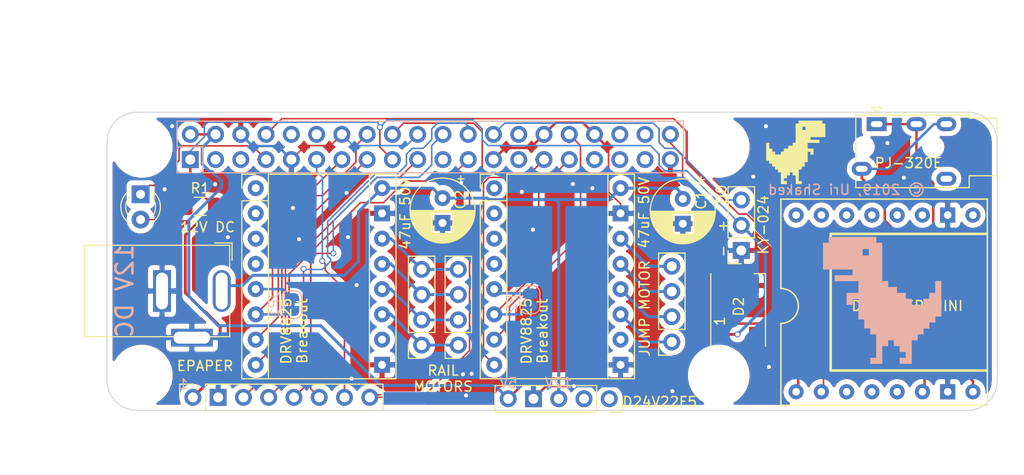
<source format=kicad_pcb>
(kicad_pcb (version 20171130) (host pcbnew "(5.1.4)-1")
  (layers (0 F.Cu signal) (31 B.Cu signal) (34 B.Paste user) (35 F.Paste user) (36 B.SilkS user) (37 F.SilkS user) (38 B.Mask user) (39 F.Mask user) (44 Edge.Cuts user))
  (net 0 "")
  (net 1 "Net-(J2-Pad3)")
  (net 2 "Net-(J2-Pad5)")
  (net 3 "Net-(J2-Pad10)")
  (net 4 "Net-(J2-Pad12)")
  (net 5 "Net-(J2-Pad21)")
  (net 6 "Net-(J2-Pad27)")
  (net 7 "Net-(J2-Pad28)")
  (net 8 "Net-(J2-Pad33)")
  (net 9 "Net-(J2-Pad35)")
  (net 10 "Net-(J2-Pad36)")
  (net 11 "Net-(J2-Pad37)")
  (net 12 "Net-(J2-Pad38)")
  (net 13 /EPD_BUSY)
  (net 14 /EPD_RST)
  (net 15 /EPD_DC)
  (net 16 /EPD_CS)
  (net 17 /EPD_CLK)
  (net 18 /EPD_DIN)
  (net 19 GND)
  (net 20 +3V3)
  (net 21 "Net-(D1-Pad1)")
  (net 22 "Net-(D1-Pad2)")
  (net 23 /MAG_SENSE)
  (net 24 "Net-(J4-Pad9)")
  (net 25 "Net-(J4-Pad11)")
  (net 26 "Net-(J4-Pad12)")
  (net 27 "Net-(J4-Pad13)")
  (net 28 "Net-(J4-Pad14)")
  (net 29 "Net-(J4-Pad15)")
  (net 30 "Net-(J4-Pad16)")
  (net 31 "Net-(J4-Pad8)")
  (net 32 "Net-(J4-Pad6)")
  (net 33 "Net-(J4-Pad5)")
  (net 34 "Net-(J4-Pad4)")
  (net 35 "Net-(J4-Pad3)")
  (net 36 "Net-(A1-Pad14)")
  (net 37 "Net-(A1-Pad13)")
  (net 38 "Net-(A1-Pad5)")
  (net 39 "Net-(A1-Pad12)")
  (net 40 "Net-(A1-Pad4)")
  (net 41 "Net-(A1-Pad11)")
  (net 42 "Net-(A1-Pad3)")
  (net 43 /STP1_STEP)
  (net 44 /STP1_DIR)
  (net 45 +12V)
  (net 46 "Net-(A2-Pad14)")
  (net 47 "Net-(A2-Pad13)")
  (net 48 "Net-(A2-Pad5)")
  (net 49 "Net-(A2-Pad12)")
  (net 50 "Net-(A2-Pad4)")
  (net 51 "Net-(A2-Pad11)")
  (net 52 "Net-(A2-Pad3)")
  (net 53 /STP2_STEP)
  (net 54 /STP2_DIR)
  (net 55 /SND_RX)
  (net 56 +5V)
  (net 57 "Net-(J9-Pad1)")
  (net 58 "Net-(J9-Pad2)")
  (net 59 "Net-(D2-Pad2)")
  (net 60 "Net-(D2-Pad4)")
  (net 61 "Net-(A1-Pad10)")
  (net 62 "Net-(A1-Pad2)")
  (net 63 "Net-(A2-Pad10)")
  (net 64 "Net-(A2-Pad2)")
  (net 65 /STP1_~SLP)
  (net 66 "Net-(A1-Pad1)")
  (net 67 /STP2_~SLP)
  (net 68 "Net-(A2-Pad1)")
  (module Jumper:SolderJumper-2_P1.3mm_Bridged_RoundedPad1.0x1.5mm (layer B.Cu) (at 55.0164 43.3809 270)
    (fp_text reference JP2 (at 0 1.8 270) (layer B.SilkS) (effects (font (thickness 0.1)) (justify mirror)))
    (fp_text value Jumper)
    (fp_poly (pts (xy 0.25 0.3) (xy -0.25 0.3) (xy -0.25 -0.3) (xy 0.25 -0.3)) (layer B.Cu) (width 0))
    (pad 1 smd custom (at -0.65 0 270) (size 1 0.5) (layers B.Cu B.Mask) (net 48 "Net-(A2-Pad5)") (options (clearance outline) (anchor rect)) (primitives (gr_circle (center 0 -0.25) (end 0.5 -0.25) (width 0)) (gr_circle (center 0 0.25) (end 0.5 0.25) (width 0)) (gr_poly (pts (xy 0 0.75) (xy 0.5 0.75) (xy 0.5 -0.75) (xy 0 -0.75)) (width 0))))
    (pad 2 smd custom (at 0.65 0 270) (size 1 0.5) (layers B.Cu B.Mask) (net 67 /STP2_~SLP) (options (clearance outline) (anchor rect)) (primitives (gr_circle (center 0 -0.25) (end 0.5 -0.25) (width 0)) (gr_circle (center 0 0.25) (end 0.5 0.25) (width 0)) (gr_poly (pts (xy 0 0.75) (xy -0.5 0.75) (xy -0.5 -0.75) (xy 0 -0.75)) (width 0))))
  )
  (module Jumper:SolderJumper-2_P1.3mm_Bridged_RoundedPad1.0x1.5mm (layer B.Cu) (at 31.0769 43.8658 270)
    (fp_text reference JP1 (at 0 1.8 90) (layer B.SilkS) (effects (font (thickness 0.1)) (justify mirror)))
    (fp_text value Jumper)
    (fp_poly (pts (xy 0.25 0.3) (xy -0.25 0.3) (xy -0.25 -0.3) (xy 0.25 -0.3)) (layer B.Cu) (width 0))
    (pad 1 smd custom (at -0.65 0 270) (size 1 0.5) (layers B.Cu B.Mask) (net 38 "Net-(A1-Pad5)") (options (clearance outline) (anchor rect)) (primitives (gr_circle (center 0 -0.25) (end 0.5 -0.25) (width 0)) (gr_circle (center 0 0.25) (end 0.5 0.25) (width 0)) (gr_poly (pts (xy 0 0.75) (xy 0.5 0.75) (xy 0.5 -0.75) (xy 0 -0.75)) (width 0))))
    (pad 2 smd custom (at 0.65 0 270) (size 1 0.5) (layers B.Cu B.Mask) (net 65 /STP1_~SLP) (options (clearance outline) (anchor rect)) (primitives (gr_circle (center 0 -0.25) (end 0.5 -0.25) (width 0)) (gr_circle (center 0 0.25) (end 0.5 0.25) (width 0)) (gr_poly (pts (xy 0 0.75) (xy -0.5 0.75) (xy -0.5 -0.75) (xy 0 -0.75)) (width 0))))
  )
  (module RPi_Hat:DFPlayer_Mini (layer F.Cu) (at 80.25 44 90)
    (fp_text reference J4)
    (fp_text value DFPLAYER_MINI (at 0 12.7 180) (layer F.SilkS))
    (pad 9 thru_hole circle (at 9.144 19.304 90) (size 1.524 1.524) (drill 0.762) (layers *.Cu *.Mask) (net 24 "Net-(J4-Pad9)"))
    (pad 10 thru_hole rect (at 9.144 16.764 90) (size 1.524 1.524) (drill 0.762) (layers *.Cu *.Mask) (net 19 GND))
    (pad 11 thru_hole circle (at 9.144 14.224 90) (size 1.524 1.524) (drill 0.762) (layers *.Cu *.Mask) (net 25 "Net-(J4-Pad11)"))
    (pad 12 thru_hole circle (at 9.144 11.684 90) (size 1.524 1.524) (drill 0.762) (layers *.Cu *.Mask) (net 26 "Net-(J4-Pad12)"))
    (pad 13 thru_hole circle (at 9.144 9.144 90) (size 1.524 1.524) (drill 0.762) (layers *.Cu *.Mask) (net 27 "Net-(J4-Pad13)"))
    (pad 14 thru_hole circle (at 9.144 6.604 90) (size 1.524 1.524) (drill 0.762) (layers *.Cu *.Mask) (net 28 "Net-(J4-Pad14)"))
    (pad 15 thru_hole circle (at 9.144 4.064 90) (size 1.524 1.524) (drill 0.762) (layers *.Cu *.Mask) (net 29 "Net-(J4-Pad15)"))
    (pad 16 thru_hole circle (at 9.144 1.524 90) (size 1.524 1.524) (drill 0.762) (layers *.Cu *.Mask) (net 30 "Net-(J4-Pad16)"))
    (pad 8 thru_hole circle (at -8.636 19.304 90) (size 1.524 1.524) (drill 0.762) (layers *.Cu *.Mask) (net 31 "Net-(J4-Pad8)"))
    (pad 7 thru_hole rect (at -8.636 16.764 90) (size 1.524 1.524) (drill 0.762) (layers *.Cu *.Mask) (net 19 GND))
    (pad 6 thru_hole circle (at -8.636 14.224 90) (size 1.524 1.524) (drill 0.762) (layers *.Cu *.Mask) (net 32 "Net-(J4-Pad6)"))
    (pad 5 thru_hole circle (at -8.636 11.684 90) (size 1.524 1.524) (drill 0.762) (layers *.Cu *.Mask) (net 33 "Net-(J4-Pad5)"))
    (pad 4 thru_hole circle (at -8.636 9.144 90) (size 1.524 1.524) (drill 0.762) (layers *.Cu *.Mask) (net 34 "Net-(J4-Pad4)"))
    (pad 3 thru_hole circle (at -8.636 6.604 90) (size 1.524 1.524) (drill 0.762) (layers *.Cu *.Mask) (net 35 "Net-(J4-Pad3)"))
    (pad 2 thru_hole circle (at -8.636 4.064 90) (size 1.524 1.524) (drill 0.762) (layers *.Cu *.Mask) (net 55 /SND_RX))
    (pad 1 thru_hole circle (at -8.636 1.524 90) (size 1.524 1.524) (drill 0.762) (layers *.Cu *.Mask) (net 56 +5V))
  )
  (module Connector_Audio:Jack_3.5mm_PJ320E_Horizontal (layer F.Cu) (at 89.8756 25.7 270)
    (fp_text reference J7 hide)
    (fp_text value AudioJack3)
    (pad "" np_thru_hole circle (at 2.3 1.3 180) (size 1.2 1.2) (drill 1.2) (layers *.Cu *.Mask))
    (pad "" np_thru_hole circle (at 2.3 -5.7 180) (size 1.2 1.2) (drill 1.2) (layers *.Cu *.Mask))
    (pad R2 thru_hole oval (at 0 -7 180) (size 2 1.4) (drill oval 1.2 0.6) (layers *.Cu *.Mask) (net 32 "Net-(J4-Pad6)"))
    (pad R1 thru_hole oval (at 0 -4 180) (size 2 1.4) (drill oval 1.2 0.6) (layers *.Cu *.Mask) (net 31 "Net-(J4-Pad8)"))
    (pad T thru_hole rect (at 0 0 180) (size 2 1.4) (drill oval 1.2 0.6) (layers *.Cu *.Mask) (net 31 "Net-(J4-Pad8)"))
    (pad S thru_hole oval (at 4.5 1.5 180) (size 2 1.4) (drill oval 1.2 0.6) (layers *.Cu *.Mask) (net 32 "Net-(J4-Pad6)"))
    (pad "" thru_hole oval (at 5.5 -7 180) (size 2 1.4) (drill oval 1.2 0.6) (layers *.Cu *.Mask))
  )
  (module Module:Pololu_Breakout-16_15.2x20.3mm (layer F.Cu) (at 27.45 32.145)
    (fp_text reference A1 hide)
    (fp_text value Pololu_Breakout_DRV8825)
    (pad 16 thru_hole oval (at 12.7 0) (size 1.6 1.6) (drill 0.8) (layers *.Cu *.Mask) (net 45 +12V))
    (pad 8 thru_hole oval (at 0 17.78) (size 1.6 1.6) (drill 0.8) (layers *.Cu *.Mask) (net 44 /STP1_DIR))
    (pad 15 thru_hole rect (at 12.7 2.54) (size 1.6 1.6) (drill 0.8) (layers *.Cu *.Mask) (net 19 GND))
    (pad 7 thru_hole oval (at 0 15.24) (size 1.6 1.6) (drill 0.8) (layers *.Cu *.Mask) (net 43 /STP1_STEP))
    (pad 14 thru_hole oval (at 12.7 5.08) (size 1.6 1.6) (drill 0.8) (layers *.Cu *.Mask) (net 36 "Net-(A1-Pad14)"))
    (pad 6 thru_hole oval (at 0 12.7) (size 1.6 1.6) (drill 0.8) (layers *.Cu *.Mask) (net 65 /STP1_~SLP))
    (pad 13 thru_hole oval (at 12.7 7.62) (size 1.6 1.6) (drill 0.8) (layers *.Cu *.Mask) (net 37 "Net-(A1-Pad13)"))
    (pad 5 thru_hole oval (at 0 10.16) (size 1.6 1.6) (drill 0.8) (layers *.Cu *.Mask) (net 38 "Net-(A1-Pad5)"))
    (pad 12 thru_hole oval (at 12.7 10.16) (size 1.6 1.6) (drill 0.8) (layers *.Cu *.Mask) (net 39 "Net-(A1-Pad12)"))
    (pad 4 thru_hole oval (at 0 7.62) (size 1.6 1.6) (drill 0.8) (layers *.Cu *.Mask) (net 40 "Net-(A1-Pad4)"))
    (pad 11 thru_hole oval (at 12.7 12.7) (size 1.6 1.6) (drill 0.8) (layers *.Cu *.Mask) (net 41 "Net-(A1-Pad11)"))
    (pad 3 thru_hole oval (at 0 5.08) (size 1.6 1.6) (drill 0.8) (layers *.Cu *.Mask) (net 42 "Net-(A1-Pad3)"))
    (pad 10 thru_hole oval (at 12.7 15.24) (size 1.6 1.6) (drill 0.8) (layers *.Cu *.Mask) (net 61 "Net-(A1-Pad10)"))
    (pad 2 thru_hole oval (at 0 2.54) (size 1.6 1.6) (drill 0.8) (layers *.Cu *.Mask) (net 62 "Net-(A1-Pad2)"))
    (pad 9 thru_hole rect (at 12.7 17.78) (size 1.6 1.6) (drill 0.8) (layers *.Cu *.Mask) (net 19 GND))
    (pad 1 thru_hole circle (at 0 0) (size 1.6 1.6) (drill 0.8) (layers *.Cu *.Mask) (net 66 "Net-(A1-Pad1)"))
  )
  (module Connector_BarrelJack:BarrelJack_CUI_PJ-102AH_Horizontal (layer F.Cu) (at 24.0284 42.4942 270)
    (fp_text reference J8 hide)
    (fp_text value Jack-DC)
    (pad 3 thru_hole rect (at 4.7 3 270) (size 1.8 4.2) (drill oval 1.2 3.7) (layers *.Cu *.Mask) (net 19 GND))
    (pad 2 thru_hole rect (at 0 6) (size 1.8 4.2) (drill oval 1.2 3.7) (layers *.Cu *.Mask) (net 19 GND))
    (pad 1 thru_hole oval (at 0 0) (size 1.8 4.2) (drill oval 1.2 3.7) (layers *.Cu *.Mask) (net 45 +12V))
  )
  (module Connector_PinSocket_2.54mm:PinSocket_2x20_P2.54mm_Vertical (layer B.Cu) (at 20.87 29.27 270)
    (fp_text reference J2 hide)
    (fp_text value RPi_GPIO)
    (pad 40 thru_hole oval (at -2.54 -48.26 270) (size 1.7 1.7) (drill 1) (layers *.Cu *.Mask) (net 60 "Net-(D2-Pad4)"))
    (pad 39 thru_hole oval (at 0 -48.26 270) (size 1.7 1.7) (drill 1) (layers *.Cu *.Mask) (net 19 GND))
    (pad 38 thru_hole oval (at -2.54 -45.72 270) (size 1.7 1.7) (drill 1) (layers *.Cu *.Mask) (net 12 "Net-(J2-Pad38)"))
    (pad 37 thru_hole oval (at 0 -45.72 270) (size 1.7 1.7) (drill 1) (layers *.Cu *.Mask) (net 11 "Net-(J2-Pad37)"))
    (pad 36 thru_hole oval (at -2.54 -43.18 270) (size 1.7 1.7) (drill 1) (layers *.Cu *.Mask) (net 10 "Net-(J2-Pad36)"))
    (pad 35 thru_hole oval (at 0 -43.18 270) (size 1.7 1.7) (drill 1) (layers *.Cu *.Mask) (net 9 "Net-(J2-Pad35)"))
    (pad 34 thru_hole oval (at -2.54 -40.64 270) (size 1.7 1.7) (drill 1) (layers *.Cu *.Mask) (net 19 GND))
    (pad 33 thru_hole oval (at 0 -40.64 270) (size 1.7 1.7) (drill 1) (layers *.Cu *.Mask) (net 8 "Net-(J2-Pad33)"))
    (pad 32 thru_hole oval (at -2.54 -38.1 270) (size 1.7 1.7) (drill 1) (layers *.Cu *.Mask) (net 53 /STP2_STEP))
    (pad 31 thru_hole oval (at 0 -38.1 270) (size 1.7 1.7) (drill 1) (layers *.Cu *.Mask) (net 67 /STP2_~SLP))
    (pad 30 thru_hole oval (at -2.54 -35.56 270) (size 1.7 1.7) (drill 1) (layers *.Cu *.Mask) (net 19 GND))
    (pad 29 thru_hole oval (at 0 -35.56 270) (size 1.7 1.7) (drill 1) (layers *.Cu *.Mask) (net 54 /STP2_DIR))
    (pad 28 thru_hole oval (at -2.54 -33.02 270) (size 1.7 1.7) (drill 1) (layers *.Cu *.Mask) (net 7 "Net-(J2-Pad28)"))
    (pad 27 thru_hole oval (at 0 -33.02 270) (size 1.7 1.7) (drill 1) (layers *.Cu *.Mask) (net 6 "Net-(J2-Pad27)"))
    (pad 26 thru_hole oval (at -2.54 -30.48 270) (size 1.7 1.7) (drill 1) (layers *.Cu *.Mask) (net 23 /MAG_SENSE))
    (pad 25 thru_hole oval (at 0 -30.48 270) (size 1.7 1.7) (drill 1) (layers *.Cu *.Mask) (net 19 GND))
    (pad 24 thru_hole oval (at -2.54 -27.94 270) (size 1.7 1.7) (drill 1) (layers *.Cu *.Mask) (net 16 /EPD_CS))
    (pad 23 thru_hole oval (at 0 -27.94 270) (size 1.7 1.7) (drill 1) (layers *.Cu *.Mask) (net 17 /EPD_CLK))
    (pad 22 thru_hole oval (at -2.54 -25.4 270) (size 1.7 1.7) (drill 1) (layers *.Cu *.Mask) (net 15 /EPD_DC))
    (pad 21 thru_hole oval (at 0 -25.4 270) (size 1.7 1.7) (drill 1) (layers *.Cu *.Mask) (net 5 "Net-(J2-Pad21)"))
    (pad 20 thru_hole oval (at -2.54 -22.86 270) (size 1.7 1.7) (drill 1) (layers *.Cu *.Mask) (net 19 GND))
    (pad 19 thru_hole oval (at 0 -22.86 270) (size 1.7 1.7) (drill 1) (layers *.Cu *.Mask) (net 18 /EPD_DIN))
    (pad 18 thru_hole oval (at -2.54 -20.32 270) (size 1.7 1.7) (drill 1) (layers *.Cu *.Mask) (net 13 /EPD_BUSY))
    (pad 17 thru_hole oval (at 0 -20.32 270) (size 1.7 1.7) (drill 1) (layers *.Cu *.Mask) (net 20 +3V3))
    (pad 16 thru_hole oval (at -2.54 -17.78 270) (size 1.7 1.7) (drill 1) (layers *.Cu *.Mask) (net 43 /STP1_STEP))
    (pad 15 thru_hole oval (at 0 -17.78 270) (size 1.7 1.7) (drill 1) (layers *.Cu *.Mask) (net 44 /STP1_DIR))
    (pad 14 thru_hole oval (at -2.54 -15.24 270) (size 1.7 1.7) (drill 1) (layers *.Cu *.Mask) (net 19 GND))
    (pad 13 thru_hole oval (at 0 -15.24 270) (size 1.7 1.7) (drill 1) (layers *.Cu *.Mask) (net 65 /STP1_~SLP))
    (pad 12 thru_hole oval (at -2.54 -12.7 270) (size 1.7 1.7) (drill 1) (layers *.Cu *.Mask) (net 4 "Net-(J2-Pad12)"))
    (pad 11 thru_hole oval (at 0 -12.7 270) (size 1.7 1.7) (drill 1) (layers *.Cu *.Mask) (net 14 /EPD_RST))
    (pad 10 thru_hole oval (at -2.54 -10.16 270) (size 1.7 1.7) (drill 1) (layers *.Cu *.Mask) (net 3 "Net-(J2-Pad10)"))
    (pad 9 thru_hole oval (at 0 -10.16 270) (size 1.7 1.7) (drill 1) (layers *.Cu *.Mask) (net 19 GND))
    (pad 8 thru_hole oval (at -2.54 -7.62 270) (size 1.7 1.7) (drill 1) (layers *.Cu *.Mask) (net 55 /SND_RX))
    (pad 7 thru_hole oval (at 0 -7.62 270) (size 1.7 1.7) (drill 1) (layers *.Cu *.Mask) (net 21 "Net-(D1-Pad1)"))
    (pad 6 thru_hole oval (at -2.54 -5.08 270) (size 1.7 1.7) (drill 1) (layers *.Cu *.Mask) (net 19 GND))
    (pad 5 thru_hole oval (at 0 -5.08 270) (size 1.7 1.7) (drill 1) (layers *.Cu *.Mask) (net 2 "Net-(J2-Pad5)"))
    (pad 4 thru_hole oval (at -2.54 -2.54 270) (size 1.7 1.7) (drill 1) (layers *.Cu *.Mask) (net 56 +5V))
    (pad 3 thru_hole oval (at 0 -2.54 270) (size 1.7 1.7) (drill 1) (layers *.Cu *.Mask) (net 1 "Net-(J2-Pad3)"))
    (pad 2 thru_hole oval (at -2.54 0 270) (size 1.7 1.7) (drill 1) (layers *.Cu *.Mask) (net 56 +5V))
    (pad 1 thru_hole rect (at 0 0 270) (size 1.7 1.7) (drill 1) (layers *.Cu *.Mask) (net 20 +3V3))
  )
  (module LED_SMD:LED_WS2812B_PLCC4_5.0x5.0mm_P3.2mm (layer F.Cu) (at 75.946 44.4 90)
    (fp_text reference D2 (at 0.331 0.0635 90) (layer F.SilkS))
    (fp_text value WS2812B)
    (fp_text user 1 (at -1.1295 -1.8415 90) (layer F.SilkS))
    (pad 1 smd rect (at -2.45 -1.6 90) (size 1.5 1) (layers F.Cu F.Paste F.Mask) (net 20 +3V3))
    (pad 2 smd rect (at -2.45 1.6 90) (size 1.5 1) (layers F.Cu F.Paste F.Mask) (net 59 "Net-(D2-Pad2)"))
    (pad 4 smd rect (at 2.45 -1.6 90) (size 1.5 1) (layers F.Cu F.Paste F.Mask) (net 60 "Net-(D2-Pad4)"))
    (pad 3 smd rect (at 2.45 1.6 90) (size 1.5 1) (layers F.Cu F.Paste F.Mask) (net 19 GND))
  )
  (module RPi_Hat:trex-big (layer B.Cu) (at 90.424 43.434 180)
    (fp_text reference TREX2 hide)
    (fp_text value "" hide)
  )
  (module RPi_Hat:trex (layer F.Cu) (at 81.7372 28.5496)
    (fp_text reference TREX1 hide)
    (fp_text value "" hide)
  )
  (module Connector_PinSocket_2.54mm:PinSocket_1x04_P2.54mm_Vertical (layer F.Cu) (at 47.8155 47.9425 180)
    (fp_text reference J10)
    (fp_text value RAIL2)
    (pad 4 thru_hole oval (at 0 7.62 180) (size 1.7 1.7) (drill 1) (layers *.Cu *.Mask) (net 36 "Net-(A1-Pad14)"))
    (pad 3 thru_hole oval (at 0 5.08 180) (size 1.7 1.7) (drill 1) (layers *.Cu *.Mask) (net 37 "Net-(A1-Pad13)"))
    (pad 2 thru_hole oval (at 0 2.54 180) (size 1.7 1.7) (drill 1) (layers *.Cu *.Mask) (net 39 "Net-(A1-Pad12)"))
    (pad 1 thru_hole oval (at 0 0 180) (size 1.7 1.7) (drill 1) (layers *.Cu *.Mask) (net 41 "Net-(A1-Pad11)"))
  )
  (module Connector_PinSocket_2.54mm:PinSocket_1x08_P2.54mm_Vertical (layer F.Cu) (at 21.1328 53.2 90)
    (fp_text reference J1)
    (fp_text value Conn_01x08_Female)
    (pad 8 thru_hole oval (at 0 17.78 90) (size 1.7 1.7) (drill 1) (layers *.Cu *.Mask) (net 13 /EPD_BUSY))
    (pad 7 thru_hole oval (at 0 15.24 90) (size 1.7 1.7) (drill 1) (layers *.Cu *.Mask) (net 14 /EPD_RST))
    (pad 6 thru_hole oval (at 0 12.7 90) (size 1.7 1.7) (drill 1) (layers *.Cu *.Mask) (net 15 /EPD_DC))
    (pad 5 thru_hole oval (at 0 10.16 90) (size 1.7 1.7) (drill 1) (layers *.Cu *.Mask) (net 16 /EPD_CS))
    (pad 4 thru_hole oval (at 0 7.62 90) (size 1.7 1.7) (drill 1) (layers *.Cu *.Mask) (net 17 /EPD_CLK))
    (pad 3 thru_hole oval (at 0 5.08 90) (size 1.7 1.7) (drill 1) (layers *.Cu *.Mask) (net 18 /EPD_DIN))
    (pad 2 thru_hole rect (at 0 2.54 90) (size 1.7 1.7) (drill 1) (layers *.Cu *.Mask) (net 19 GND))
    (pad 1 thru_hole circle (at 0 0 90) (size 1.7 1.7) (drill 1) (layers *.Cu *.Mask) (net 20 +3V3))
  )
  (module Connector_PinSocket_2.54mm:PinSocket_1x05_P2.54mm_Vertical (layer F.Cu) (at 62.992 53.34 270)
    (fp_text reference J9)
    (fp_text value Conn_01x05_Female)
    (pad 5 thru_hole oval (at 0 10.16 270) (size 1.7 1.7) (drill 1) (layers *.Cu *.Mask) (net 56 +5V))
    (pad 4 thru_hole rect (at 0 7.62 270) (size 1.7 1.7) (drill 1) (layers *.Cu *.Mask) (net 19 GND))
    (pad 3 thru_hole oval (at 0 5.08 270) (size 1.7 1.7) (drill 1) (layers *.Cu *.Mask) (net 45 +12V))
    (pad 2 thru_hole oval (at 0 2.54 270) (size 1.7 1.7) (drill 1) (layers *.Cu *.Mask) (net 58 "Net-(J9-Pad2)"))
    (pad 1 thru_hole circle (at 0 0 270) (size 1.7 1.7) (drill 1) (layers *.Cu *.Mask) (net 57 "Net-(J9-Pad1)"))
  )
  (module Connector_PinSocket_2.54mm:PinSocket_1x04_P2.54mm_Vertical (layer F.Cu) (at 69.2785 47.625 180)
    (fp_text reference J6 hide)
    (fp_text value Conn_01x04_Female)
    (pad 4 thru_hole oval (at 0 7.62 180) (size 1.7 1.7) (drill 1) (layers *.Cu *.Mask) (net 46 "Net-(A2-Pad14)"))
    (pad 3 thru_hole oval (at 0 5.08 180) (size 1.7 1.7) (drill 1) (layers *.Cu *.Mask) (net 47 "Net-(A2-Pad13)"))
    (pad 2 thru_hole oval (at 0 2.54 180) (size 1.7 1.7) (drill 1) (layers *.Cu *.Mask) (net 49 "Net-(A2-Pad12)"))
    (pad 1 thru_hole oval (at 0 0 180) (size 1.7 1.7) (drill 1) (layers *.Cu *.Mask) (net 51 "Net-(A2-Pad11)"))
  )
  (module Connector_PinSocket_2.54mm:PinSocket_1x04_P2.54mm_Vertical (layer F.Cu) (at 44.1325 47.9425 180)
    (fp_text reference J5)
    (fp_text value RAIL1)
    (pad 4 thru_hole oval (at 0 7.62 180) (size 1.7 1.7) (drill 1) (layers *.Cu *.Mask) (net 36 "Net-(A1-Pad14)"))
    (pad 3 thru_hole oval (at 0 5.08 180) (size 1.7 1.7) (drill 1) (layers *.Cu *.Mask) (net 37 "Net-(A1-Pad13)"))
    (pad 2 thru_hole oval (at 0 2.54 180) (size 1.7 1.7) (drill 1) (layers *.Cu *.Mask) (net 39 "Net-(A1-Pad12)"))
    (pad 1 thru_hole oval (at 0 0 180) (size 1.7 1.7) (drill 1) (layers *.Cu *.Mask) (net 41 "Net-(A1-Pad11)"))
  )
  (module Capacitor_THT:CP_Radial_D6.3mm_P2.50mm (layer F.Cu) (at 46.228 33.147 270)
    (fp_text reference C2 (at 0.1524 -1.8034 270) (layer F.SilkS))
    (fp_text value "47uF 50V" (at 1.5875 3.7465 270) (layer F.SilkS))
    (pad 2 thru_hole rect (at 2.5 0 270) (size 1.6 1.6) (drill 0.8) (layers *.Cu *.Mask) (net 19 GND))
    (pad 1 thru_hole oval (at 0 0 270) (size 1.6 1.6) (drill 0.8) (layers *.Cu *.Mask) (net 45 +12V))
  )
  (module Capacitor_THT:CP_Radial_D6.3mm_P2.50mm (layer F.Cu) (at 70.3834 33.2232 270)
    (fp_text reference C1 (at 0.11 -1.8455 270) (layer F.SilkS))
    (fp_text value "47uF 50V" hide)
    (pad 2 thru_hole rect (at 2.5 0 270) (size 1.6 1.6) (drill 0.8) (layers *.Cu *.Mask) (net 19 GND))
    (pad 1 thru_hole circle (at 0 0 270) (size 1.6 1.6) (drill 0.8) (layers *.Cu *.Mask) (net 45 +12V))
  )
  (module Module:Pololu_Breakout-16_15.2x20.3mm (layer F.Cu) (at 51.425 32.145)
    (fp_text reference A2 hide)
    (fp_text value Pololu_Breakout_DRV8825)
    (pad 16 thru_hole oval (at 12.7 0) (size 1.6 1.6) (drill 0.8) (layers *.Cu *.Mask) (net 45 +12V))
    (pad 8 thru_hole oval (at 0 17.78) (size 1.6 1.6) (drill 0.8) (layers *.Cu *.Mask) (net 54 /STP2_DIR))
    (pad 15 thru_hole rect (at 12.7 2.54) (size 1.6 1.6) (drill 0.8) (layers *.Cu *.Mask) (net 19 GND))
    (pad 7 thru_hole oval (at 0 15.24) (size 1.6 1.6) (drill 0.8) (layers *.Cu *.Mask) (net 53 /STP2_STEP))
    (pad 14 thru_hole oval (at 12.7 5.08) (size 1.6 1.6) (drill 0.8) (layers *.Cu *.Mask) (net 46 "Net-(A2-Pad14)"))
    (pad 6 thru_hole oval (at 0 12.7) (size 1.6 1.6) (drill 0.8) (layers *.Cu *.Mask) (net 67 /STP2_~SLP))
    (pad 13 thru_hole oval (at 12.7 7.62) (size 1.6 1.6) (drill 0.8) (layers *.Cu *.Mask) (net 47 "Net-(A2-Pad13)"))
    (pad 5 thru_hole oval (at 0 10.16) (size 1.6 1.6) (drill 0.8) (layers *.Cu *.Mask) (net 48 "Net-(A2-Pad5)"))
    (pad 12 thru_hole oval (at 12.7 10.16) (size 1.6 1.6) (drill 0.8) (layers *.Cu *.Mask) (net 49 "Net-(A2-Pad12)"))
    (pad 4 thru_hole oval (at 0 7.62) (size 1.6 1.6) (drill 0.8) (layers *.Cu *.Mask) (net 50 "Net-(A2-Pad4)"))
    (pad 11 thru_hole oval (at 12.7 12.7) (size 1.6 1.6) (drill 0.8) (layers *.Cu *.Mask) (net 51 "Net-(A2-Pad11)"))
    (pad 3 thru_hole oval (at 0 5.08) (size 1.6 1.6) (drill 0.8) (layers *.Cu *.Mask) (net 52 "Net-(A2-Pad3)"))
    (pad 10 thru_hole oval (at 12.7 15.24) (size 1.6 1.6) (drill 0.8) (layers *.Cu *.Mask) (net 63 "Net-(A2-Pad10)"))
    (pad 2 thru_hole oval (at 0 2.54) (size 1.6 1.6) (drill 0.8) (layers *.Cu *.Mask) (net 64 "Net-(A2-Pad2)"))
    (pad 9 thru_hole rect (at 12.7 17.78) (size 1.6 1.6) (drill 0.8) (layers *.Cu *.Mask) (net 19 GND))
    (pad 1 thru_hole circle (at 0 0) (size 1.6 1.6) (drill 0.8) (layers *.Cu *.Mask) (net 68 "Net-(A2-Pad1)"))
  )
  (module Resistor_SMD:R_1206_3216Metric (layer F.Cu) (at 21.87148 33.96996)
    (fp_text reference R1 (at 0 -1.82 180) (layer F.SilkS))
    (fp_text value R)
    (pad 2 smd roundrect (at 1.4 0) (size 1.25 1.75) (layers F.Cu F.Paste F.Mask) (roundrect_rratio 0.2) (net 20 +3V3))
    (pad 1 smd roundrect (at -1.4 0) (size 1.25 1.75) (layers F.Cu F.Paste F.Mask) (roundrect_rratio 0.2) (net 22 "Net-(D1-Pad2)"))
  )
  (module Connector_PinSocket_2.54mm:PinSocket_1x03_P2.54mm_Vertical (layer F.Cu) (at 76.2635 38.4175 180)
    (fp_text reference J3 hide)
    (fp_text value Conn_01x03_Female)
    (pad 3 thru_hole oval (at 0 5.08 180) (size 1.7 1.7) (drill 1) (layers *.Cu *.Mask) (net 23 /MAG_SENSE))
    (pad 2 thru_hole oval (at 0 2.54 180) (size 1.7 1.7) (drill 1) (layers *.Cu *.Mask) (net 20 +3V3))
    (pad 1 thru_hole rect (at 0 0 180) (size 1.7 1.7) (drill 1) (layers *.Cu *.Mask) (net 19 GND))
  )
  (module LED_THT:LED_D3.0mm (layer F.Cu) (at 15.875 32.766 270)
    (fp_text reference D1 hide)
    (fp_text value LED)
    (pad 2 thru_hole oval (at 2.54 0 270) (size 1.8 1.8) (drill 0.9) (layers *.Cu *.Mask) (net 22 "Net-(D1-Pad2)"))
    (pad 1 thru_hole rect (at 0 0 270) (size 1.8 1.8) (drill 0.9) (layers *.Cu *.Mask) (net 21 "Net-(D1-Pad1)"))
  )
  (module RPi_Hat:RPi_Hat_Mounting_Hole (layer F.Cu) (at 16 51)
    (fp_text reference "" hide)
    (fp_text value "" hide)
    (pad "" np_thru_hole circle (at 0 0) (size 2.75 2.75) (drill 2.75) (layers *.Cu *.Mask) (clearance 1.725))
  )
  (module RPi_Hat:RPi_Hat_Mounting_Hole (layer F.Cu) (at 74 28)
    (fp_text reference "" hide)
    (fp_text value "" hide)
    (pad "" np_thru_hole circle (at 0 0) (size 2.75 2.75) (drill 2.75) (layers *.Cu *.Mask) (clearance 1.725))
  )
  (module RPi_Hat:RPi_Hat_Mounting_Hole (layer F.Cu) (at 74 51)
    (fp_text reference "" hide)
    (fp_text value "" hide)
    (pad "" np_thru_hole circle (at 0 0) (size 2.75 2.75) (drill 2.75) (layers *.Cu *.Mask) (clearance 1.725))
  )
  (module RPi_Hat:RPi_Hat_Mounting_Hole (layer F.Cu) (at 16 28)
    (fp_text reference "" hide)
    (fp_text value "" hide)
    (pad "" np_thru_hole circle (at 0 0) (size 2.75 2.75) (drill 2.75) (layers *.Cu *.Mask) (clearance 1.725))
  )
  (gr_text 1 (at 20.1676 51.8668) (layer B.SilkS) (effects (font (size 1 1)) (justify mirror)))
  (gr_text 12V (at 57.8866 51.7398) (layer B.SilkS) (effects (font (size 1 1)) (justify mirror)))
  (gr_text 5V (at 52.8574 51.7652) (layer B.SilkS) (effects (font (size 1 1)) (justify mirror)))
  (gr_text "DRV8825\nBreakout" (at 31.3182 46.5328 90) (layer F.SilkS) (effects (font (size 1 1))))
  (gr_text "DRV8825\nBreakout" (at 55.4736 46.5328 90) (layer F.SilkS) (effects (font (size 1 1))))
  (gr_text PJ-320E (at 93.0656 29.6164) (layer F.SilkS) (effects (font (size 1 1))))
  (gr_text "47uF 50V" (at 66.4845 34.6075 90) (layer F.SilkS) (effects (font (size 1 1))))
  (gr_text "© 2019, Uri Shaked" (at 86.8426 32.3088) (layer B.SilkS) (effects (font (size 1 1)) (justify mirror)))
  (gr_text "12V DC" (at 14.2748 42.4942 90) (layer B.SilkS) (effects (font (size 1.7 1.7) (thickness 0.25)) (justify mirror)))
  (gr_text "12V DC" (at 22.606 36.068) (layer F.SilkS) (effects (font (size 1 1))))
  (gr_text D24V22F5 (at 68.072 53.6575) (layer F.SilkS) (effects (font (size 1 1))))
  (gr_text EPAPER (at 22.352 50.038) (layer F.SilkS) (effects (font (size 1 1))))
  (gr_text "RAIL\nMOTORS" (at 46.2915 51.308) (layer F.SilkS) (effects (font (size 1 1))))
  (gr_text "JUMP MOTOR" (at 66.548 44.2595 90) (layer F.SilkS) (effects (font (size 1 1))))
  (gr_text D0 (at 74.295 32.766 90) (layer F.SilkS) (effects (font (size 1 1))))
  (gr_text + (at 74.422 35.941 90) (layer F.SilkS) (effects (font (size 1 1))))
  (gr_text - (at 74.422 38.481 90) (layer F.SilkS) (effects (font (size 1 1))))
  (gr_text KY-024 (at 78.486 35.8394 90) (layer F.SilkS) (effects (font (size 1 1))))
  (gr_arc (start 15.5 27.5) (end 12.5 27.5) (angle 90) (layer Edge.Cuts) (width 0.1))
  (gr_line (start 15.5 24.5) (end 99 24.5) (angle 90) (layer Edge.Cuts) (width 0.1))
  (gr_arc (start 99 27.5) (end 99 24.5) (angle 90) (layer Edge.Cuts) (width 0.1))
  (gr_arc (start 99 51.5) (end 102 51.5) (angle 90) (layer Edge.Cuts) (width 0.1))
  (gr_arc (start 15.5 51.5) (end 15.5 54.5) (angle 90) (layer Edge.Cuts) (width 0.1))
  (gr_line (start 12.5 27.5) (end 12.5 51.5) (layer Edge.Cuts) (width 0.1))
  (gr_line (start 15.5 54.5) (end 99 54.5) (angle 90) (layer Edge.Cuts) (width 0.1))
  (gr_line (start 102 27.5) (end 102 51.5) (angle 90) (layer Edge.Cuts) (width 0.1))
  (segment (start 39.9796 52.9336) (end 39.9796 52.916398) (width 0.16) (layer F.Cu) (net 13))
  (segment (start 38.9128 52.9336) (end 39.9796 52.9336) (width 0.16) (layer F.Cu) (net 13))
  (segment (start 44.230402 53.2) (end 38.9128 53.2) (width 0.16) (layer F.Cu) (net 13))
  (segment (start 48.945501 48.484901) (end 44.230402 53.2) (width 0.16) (layer F.Cu) (net 13))
  (segment (start 41.19 26.73) (end 42.320001 25.599999) (width 0.16) (layer F.Cu) (net 13))
  (segment (start 42.320001 25.599999) (end 49.352401 25.599999) (width 0.16) (layer F.Cu) (net 13))
  (segment (start 49.352401 25.599999) (end 50.219999 26.467597) (width 0.16) (layer F.Cu) (net 13))
  (segment (start 50.219999 26.467597) (end 50.219999 31.039874) (width 0.16) (layer F.Cu) (net 13))
  (segment (start 50.219999 31.039874) (end 48.945501 32.314372) (width 0.16) (layer F.Cu) (net 13))
  (segment (start 48.945501 32.314372) (end 48.945501 48.484901) (width 0.16) (layer F.Cu) (net 13))
  (segment (start 36.3728 42.3418) (end 36.3728 53.2) (width 0.16) (layer F.Cu) (net 14))
  (via (at 34.1376 39.4716) (size 0.6) (drill 0.4) (layers F.Cu B.Cu) (net 14))
  (segment (start 33.57 30.472081) (end 33.57 29.27) (width 0.16) (layer B.Cu) (net 14))
  (segment (start 34.1376 39.4716) (end 34.163 31.065081) (width 0.16) (layer B.Cu) (net 14))
  (segment (start 34.163 31.065081) (end 33.57 30.472081) (width 0.16) (layer B.Cu) (net 14))
  (segment (start 34.437599 40.406599) (end 36.3728 42.3418) (width 0.16) (layer F.Cu) (net 14))
  (segment (start 34.437599 39.771599) (end 34.437599 40.406599) (width 0.16) (layer F.Cu) (net 14))
  (segment (start 34.1376 39.4716) (end 34.437599 39.771599) (width 0.16) (layer F.Cu) (net 14))
  (segment (start 45.139999 27.860001) (end 46.27 26.73) (width 0.16) (layer B.Cu) (net 15))
  (segment (start 35.2425 35.454098) (end 39.631599 31.064999) (width 0.16) (layer B.Cu) (net 15))
  (segment (start 39.631599 31.064999) (end 43.887401 31.064999) (width 0.16) (layer B.Cu) (net 15))
  (segment (start 43.887401 31.064999) (end 45.139999 29.812401) (width 0.16) (layer B.Cu) (net 15))
  (segment (start 45.139999 29.812401) (end 45.139999 27.860001) (width 0.16) (layer B.Cu) (net 15))
  (segment (start 35.2552 38.7096) (end 35.2425 35.454098) (width 0.16) (layer B.Cu) (net 15))
  (via (at 35.2552 38.7096) (size 0.6) (drill 0.4) (layers F.Cu B.Cu) (net 15))
  (segment (start 32.982801 52.350001) (end 33.8328 53.2) (width 0.16) (layer F.Cu) (net 15))
  (segment (start 32.982801 39.254799) (end 32.982801 52.350001) (width 0.16) (layer F.Cu) (net 15))
  (segment (start 35.2552 38.7096) (end 33.528 38.7096) (width 0.16) (layer F.Cu) (net 15))
  (segment (start 33.528 38.7096) (end 32.982801 39.254799) (width 0.16) (layer F.Cu) (net 15))
  (segment (start 34.976799 39.490803) (end 34.132402 40.3352) (width 0.16) (layer B.Cu) (net 16))
  (segment (start 34.976799 39.289601) (end 34.976799 39.490803) (width 0.16) (layer B.Cu) (net 16))
  (segment (start 34.675199 38.988001) (end 34.976799 39.289601) (width 0.16) (layer B.Cu) (net 16))
  (segment (start 34.675199 35.512268) (end 34.675199 38.988001) (width 0.16) (layer B.Cu) (net 16))
  (segment (start 39.482478 30.704989) (end 34.675199 35.512268) (width 0.16) (layer B.Cu) (net 16))
  (segment (start 41.707411 30.704989) (end 39.482478 30.704989) (width 0.16) (layer B.Cu) (net 16))
  (segment (start 42.599999 28.727599) (end 42.599999 29.812401) (width 0.16) (layer B.Cu) (net 16))
  (segment (start 43.187599 28.139999) (end 42.599999 28.727599) (width 0.16) (layer B.Cu) (net 16))
  (segment (start 44.272401 28.139999) (end 43.187599 28.139999) (width 0.16) (layer B.Cu) (net 16))
  (segment (start 48.81 26.73) (end 48.81 25.913268) (width 0.16) (layer B.Cu) (net 16))
  (segment (start 48.496731 25.599999) (end 45.727599 25.599999) (width 0.16) (layer B.Cu) (net 16))
  (segment (start 42.599999 29.812401) (end 41.707411 30.704989) (width 0.16) (layer B.Cu) (net 16))
  (segment (start 45.727599 25.599999) (end 45.139999 26.187599) (width 0.16) (layer B.Cu) (net 16))
  (segment (start 45.139999 26.187599) (end 45.139999 27.272401) (width 0.16) (layer B.Cu) (net 16))
  (segment (start 48.81 25.913268) (end 48.496731 25.599999) (width 0.16) (layer B.Cu) (net 16))
  (segment (start 45.139999 27.272401) (end 44.272401 28.139999) (width 0.16) (layer B.Cu) (net 16))
  (via (at 32.258 40.265001) (size 0.6) (drill 0.4) (layers F.Cu B.Cu) (net 16))
  (segment (start 34.132402 40.3352) (end 32.328199 40.3352) (width 0.16) (layer B.Cu) (net 16))
  (segment (start 32.328199 40.3352) (end 32.258 40.265001) (width 0.16) (layer B.Cu) (net 16))
  (segment (start 32.258 52.2348) (end 31.2928 53.2) (width 0.16) (layer F.Cu) (net 16))
  (segment (start 32.258 40.265001) (end 32.258 52.2348) (width 0.16) (layer F.Cu) (net 16))
  (segment (start 42.468393 31.425009) (end 40.288403 33.604999) (width 0.16) (layer F.Cu) (net 17))
  (segment (start 46.654991 31.425009) (end 42.468393 31.425009) (width 0.16) (layer F.Cu) (net 17))
  (segment (start 48.81 29.27) (end 46.654991 31.425009) (width 0.16) (layer F.Cu) (net 17))
  (segment (start 39.068469 33.604999) (end 39.294599 33.604999) (width 0.16) (layer F.Cu) (net 17))
  (segment (start 40.288403 33.604999) (end 39.294599 33.604999) (width 0.16) (layer F.Cu) (net 17))
  (segment (start 37.977399 33.604999) (end 39.294599 33.604999) (width 0.16) (layer F.Cu) (net 17))
  (segment (start 30.79803 40.784368) (end 37.977399 33.604999) (width 0.16) (layer F.Cu) (net 17))
  (segment (start 30.79803 51.15477) (end 30.79803 40.784368) (width 0.16) (layer F.Cu) (net 17))
  (segment (start 28.7528 53.2) (end 30.79803 51.15477) (width 0.16) (layer F.Cu) (net 17))
  (segment (start 30.43802 48.97478) (end 26.2128 53.2) (width 0.16) (layer F.Cu) (net 18))
  (segment (start 30.43802 40.258578) (end 30.43802 48.97478) (width 0.16) (layer F.Cu) (net 18))
  (segment (start 39.631599 31.064999) (end 30.43802 40.258578) (width 0.16) (layer F.Cu) (net 18))
  (segment (start 41.935001 31.064999) (end 39.631599 31.064999) (width 0.16) (layer F.Cu) (net 18))
  (segment (start 43.73 29.27) (end 41.935001 31.064999) (width 0.16) (layer F.Cu) (net 18))
  (via (at 77.47 30.988) (size 0.6) (drill 0.4) (layers F.Cu B.Cu) (net 19))
  (via (at 78.74 25.908) (size 0.6) (drill 0.4) (layers F.Cu B.Cu) (net 19))
  (via (at 24.638 37.084) (size 0.6) (drill 0.4) (layers F.Cu B.Cu) (net 19))
  (via (at 19.05 25.908) (size 0.6) (drill 0.4) (layers F.Cu B.Cu) (net 19))
  (segment (start 60.334999 25.554999) (end 61.51 26.73) (width 0.25) (layer F.Cu) (net 19))
  (segment (start 57.605001 25.554999) (end 60.334999 25.554999) (width 0.25) (layer F.Cu) (net 19))
  (segment (start 56.43 26.73) (end 57.605001 25.554999) (width 0.25) (layer F.Cu) (net 19))
  (segment (start 52.525001 28.094999) (end 51.35 29.27) (width 0.25) (layer F.Cu) (net 19))
  (segment (start 55.065001 28.094999) (end 52.525001 28.094999) (width 0.25) (layer F.Cu) (net 19))
  (segment (start 56.43 26.73) (end 55.065001 28.094999) (width 0.25) (layer F.Cu) (net 19))
  (segment (start 43.73 26.73) (end 43.73 26.882) (width 0.25) (layer B.Cu) (net 19))
  (via (at 59.436 52.07) (size 0.6) (drill 0.4) (layers F.Cu B.Cu) (net 19))
  (segment (start 56.642 52.07) (end 55.372 53.34) (width 0.25) (layer F.Cu) (net 19))
  (segment (start 59.436 52.07) (end 56.642 52.07) (width 0.25) (layer F.Cu) (net 19))
  (via (at 69.342 52.578) (size 0.6) (drill 0.4) (layers F.Cu B.Cu) (net 19))
  (via (at 23.368 31.75) (size 0.6) (drill 0.4) (layers F.Cu B.Cu) (net 19))
  (via (at 18.288 32.258) (size 0.6) (drill 0.4) (layers F.Cu B.Cu) (net 19))
  (segment (start 68.834 52.07) (end 59.436 52.07) (width 0.25) (layer B.Cu) (net 19))
  (segment (start 69.342 52.578) (end 68.834 52.07) (width 0.25) (layer B.Cu) (net 19))
  (segment (start 27.125001 27.905001) (end 25.95 26.73) (width 0.25) (layer B.Cu) (net 19))
  (segment (start 29.665001 27.905001) (end 27.125001 27.905001) (width 0.25) (layer B.Cu) (net 19))
  (segment (start 31.03 29.27) (end 29.665001 27.905001) (width 0.25) (layer B.Cu) (net 19))
  (segment (start 61.51 26.73) (end 62.874999 28.094999) (width 0.25) (layer F.Cu) (net 19))
  (via (at 37.592 41.91) (size 0.6) (drill 0.4) (layers F.Cu B.Cu) (net 19))
  (via (at 36.7284 37.084) (size 0.6) (drill 0.4) (layers F.Cu B.Cu) (net 19))
  (segment (start 34.979999 27.860001) (end 36.11 26.73) (width 0.16) (layer F.Cu) (net 19))
  (segment (start 32.439999 27.860001) (end 34.979999 27.860001) (width 0.16) (layer F.Cu) (net 19))
  (segment (start 31.03 29.27) (end 32.439999 27.860001) (width 0.16) (layer F.Cu) (net 19))
  (via (at 55.3212 36.322) (size 0.6) (drill 0.4) (layers F.Cu B.Cu) (net 19))
  (via (at 37.084 51.308) (size 0.6) (drill 0.4) (layers F.Cu B.Cu) (net 19))
  (segment (start 37.240001 27.860001) (end 36.11 26.73) (width 0.16) (layer B.Cu) (net 19))
  (segment (start 42.599999 27.860001) (end 37.240001 27.860001) (width 0.16) (layer B.Cu) (net 19))
  (segment (start 43.73 26.73) (end 42.599999 27.860001) (width 0.16) (layer B.Cu) (net 19))
  (via (at 31.1912 34.1376) (size 0.6) (drill 0.4) (layers F.Cu B.Cu) (net 19))
  (via (at 31.8008 37.2872) (size 0.6) (drill 0.4) (layers F.Cu B.Cu) (net 19))
  (via (at 36.576 32.6136) (size 0.6) (drill 0.4) (layers F.Cu B.Cu) (net 19))
  (segment (start 64.125 33.725) (end 64.125 34.685) (width 0.16) (layer F.Cu) (net 19))
  (segment (start 62.919999 32.519999) (end 64.125 33.725) (width 0.16) (layer F.Cu) (net 19))
  (segment (start 62.919999 28.139999) (end 62.919999 32.519999) (width 0.16) (layer F.Cu) (net 19))
  (segment (start 61.51 26.73) (end 62.919999 28.139999) (width 0.16) (layer F.Cu) (net 19))
  (via (at 49.149 50.8254) (size 0.6) (drill 0.4) (layers F.Cu B.Cu) (net 19))
  (via (at 48.2854 50.8762) (size 0.6) (drill 0.4) (layers F.Cu B.Cu) (net 19))
  (via (at 61.2902 32.1564) (size 0.6) (drill 0.4) (layers F.Cu B.Cu) (net 19))
  (via (at 54.2036 32.512) (size 0.6) (drill 0.4) (layers F.Cu B.Cu) (net 19))
  (via (at 48.1076 31.5976) (size 0.6) (drill 0.4) (layers F.Cu B.Cu) (net 19))
  (via (at 48.5902 53.0098) (size 0.6) (drill 0.4) (layers F.Cu B.Cu) (net 19))
  (via (at 79.0448 50.1396) (size 0.6) (drill 0.4) (layers F.Cu B.Cu) (net 19))
  (via (at 92.6084 31.0896) (size 0.6) (drill 0.4) (layers F.Cu B.Cu) (net 19))
  (via (at 90.9574 27.6098) (size 0.6) (drill 0.4) (layers F.Cu B.Cu) (net 19))
  (via (at 59.3344 31.7246) (size 0.6) (drill 0.4) (layers F.Cu B.Cu) (net 19))
  (segment (start 20.87 31.56848) (end 23.27148 33.96996) (width 0.25) (layer F.Cu) (net 20))
  (segment (start 20.87 29.27) (end 20.87 31.56848) (width 0.25) (layer F.Cu) (net 20))
  (via (at 75.8825 46.863) (size 0.6) (drill 0.4) (layers F.Cu B.Cu) (net 20))
  (segment (start 78.6765 44.069) (end 75.8825 46.863) (width 0.3) (layer B.Cu) (net 20))
  (segment (start 76.2635 35.8775) (end 78.6765 38.2905) (width 0.3) (layer B.Cu) (net 20))
  (segment (start 78.6765 38.2905) (end 78.6765 44.069) (width 0.3) (layer B.Cu) (net 20))
  (segment (start 74.359 46.863) (end 74.346 46.85) (width 0.3) (layer F.Cu) (net 20))
  (segment (start 75.8825 46.863) (end 74.359 46.863) (width 0.3) (layer F.Cu) (net 20))
  (segment (start 20.87 28.402402) (end 20.87 29.27) (width 0.16) (layer B.Cu) (net 20))
  (segment (start 22.279999 25.675201) (end 22.279999 26.992403) (width 0.16) (layer B.Cu) (net 20))
  (segment (start 22.4536 25.5016) (end 22.279999 25.675201) (width 0.16) (layer B.Cu) (net 20))
  (segment (start 39.9288 26.0096) (end 39.707736 25.5016) (width 0.16) (layer B.Cu) (net 20))
  (segment (start 70.786001 30.400001) (end 76.2635 35.8775) (width 0.16) (layer B.Cu) (net 20))
  (segment (start 39.707736 25.5016) (end 22.4536 25.5016) (width 0.16) (layer B.Cu) (net 20))
  (segment (start 50.807599 27.860001) (end 67.132401 27.860001) (width 0.16) (layer B.Cu) (net 20))
  (via (at 39.9288 26.0096) (size 0.6) (drill 0.4) (layers F.Cu B.Cu) (net 20))
  (segment (start 67.132401 27.860001) (end 67.999999 28.727599) (width 0.16) (layer B.Cu) (net 20))
  (segment (start 68.587599 30.400001) (end 70.786001 30.400001) (width 0.16) (layer B.Cu) (net 20))
  (segment (start 22.279999 26.992403) (end 20.87 28.402402) (width 0.16) (layer B.Cu) (net 20))
  (segment (start 50.219999 26.187599) (end 50.219999 27.272401) (width 0.16) (layer B.Cu) (net 20))
  (segment (start 50.219999 27.272401) (end 50.807599 27.860001) (width 0.16) (layer B.Cu) (net 20))
  (segment (start 67.999999 28.727599) (end 67.999999 29.812401) (width 0.16) (layer B.Cu) (net 20))
  (segment (start 67.999999 29.812401) (end 68.587599 30.400001) (width 0.16) (layer B.Cu) (net 20))
  (segment (start 49.272389 25.239989) (end 50.219999 26.187599) (width 0.16) (layer B.Cu) (net 20))
  (segment (start 40.698411 25.239989) (end 49.272389 25.239989) (width 0.16) (layer B.Cu) (net 20))
  (segment (start 39.9288 26.0096) (end 40.698411 25.239989) (width 0.16) (layer B.Cu) (net 20))
  (segment (start 39.9288 28.0088) (end 39.9288 26.0096) (width 0.16) (layer F.Cu) (net 20))
  (segment (start 41.19 29.27) (end 39.9288 28.0088) (width 0.16) (layer F.Cu) (net 20))
  (segment (start 23.876 50.4568) (end 23.876 46.0756) (width 0.3) (layer F.Cu) (net 20))
  (segment (start 21.1328 53.2) (end 23.876 50.4568) (width 0.3) (layer F.Cu) (net 20))
  (segment (start 22.378399 44.577999) (end 22.276799 44.577999) (width 0.3) (layer F.Cu) (net 20))
  (segment (start 23.876 46.0756) (end 22.378399 44.577999) (width 0.3) (layer F.Cu) (net 20))
  (segment (start 22.276799 44.577999) (end 20.3708 42.672) (width 0.3) (layer F.Cu) (net 20))
  (segment (start 20.3708 36.87064) (end 23.27148 33.96996) (width 0.3) (layer F.Cu) (net 20))
  (segment (start 20.3708 42.672) (end 20.3708 36.87064) (width 0.3) (layer F.Cu) (net 20))
  (segment (start 28.49 29.27) (end 27.689002 29.27) (width 0.25) (layer B.Cu) (net 21))
  (segment (start 27.1092 27.8892) (end 28.49 29.27) (width 0.16) (layer F.Cu) (net 21))
  (segment (start 20.046798 27.8892) (end 27.1092 27.8892) (width 0.16) (layer F.Cu) (net 21))
  (segment (start 19.739999 28.195999) (end 20.046798 27.8892) (width 0.16) (layer F.Cu) (net 21))
  (segment (start 19.739999 29.358201) (end 19.739999 28.195999) (width 0.16) (layer F.Cu) (net 21))
  (segment (start 17.232199 31.866001) (end 19.739999 29.358201) (width 0.16) (layer F.Cu) (net 21))
  (segment (start 16.774999 31.866001) (end 17.232199 31.866001) (width 0.16) (layer F.Cu) (net 21))
  (segment (start 15.875 32.766) (end 16.774999 31.866001) (width 0.16) (layer F.Cu) (net 21))
  (segment (start 19.13544 35.306) (end 15.875 35.306) (width 0.16) (layer F.Cu) (net 22))
  (segment (start 20.47148 33.96996) (end 19.13544 35.306) (width 0.16) (layer F.Cu) (net 22))
  (segment (start 74.803 33.3375) (end 76.2635 33.3375) (width 0.16) (layer B.Cu) (net 23))
  (segment (start 69.605499 28.139999) (end 74.803 33.3375) (width 0.16) (layer B.Cu) (net 23))
  (segment (start 68.587599 28.139999) (end 69.605499 28.139999) (width 0.16) (layer B.Cu) (net 23))
  (segment (start 67.999999 27.552399) (end 68.587599 28.139999) (width 0.16) (layer B.Cu) (net 23))
  (segment (start 67.999999 26.187599) (end 67.999999 27.552399) (width 0.16) (layer B.Cu) (net 23))
  (segment (start 67.412399 25.599999) (end 67.999999 26.187599) (width 0.16) (layer B.Cu) (net 23))
  (segment (start 52.480001 25.599999) (end 67.412399 25.599999) (width 0.16) (layer B.Cu) (net 23))
  (segment (start 51.35 26.73) (end 52.480001 25.599999) (width 0.16) (layer B.Cu) (net 23))
  (segment (start 89.8756 25.7) (end 93.8756 25.7) (width 0.25) (layer F.Cu) (net 31))
  (segment (start 93.8756 29.949583) (end 93.8756 25.7) (width 0.25) (layer F.Cu) (net 31))
  (segment (start 95.561001 31.634984) (end 93.8756 29.949583) (width 0.25) (layer F.Cu) (net 31))
  (segment (start 95.561001 47.565371) (end 95.561001 31.634984) (width 0.25) (layer F.Cu) (net 31))
  (segment (start 99.554 51.55837) (end 95.561001 47.565371) (width 0.25) (layer F.Cu) (net 31))
  (segment (start 99.554 52.636) (end 99.554 51.55837) (width 0.25) (layer F.Cu) (net 31))
  (segment (start 88.3756 31.15) (end 88.3756 30.2) (width 0.25) (layer F.Cu) (net 32))
  (segment (start 90.692001 33.466401) (end 88.3756 31.15) (width 0.25) (layer F.Cu) (net 32))
  (segment (start 90.692001 35.395763) (end 90.692001 33.466401) (width 0.25) (layer F.Cu) (net 32))
  (segment (start 94.685 39.388762) (end 90.692001 35.395763) (width 0.25) (layer F.Cu) (net 32))
  (segment (start 94.685 53.02) (end 94.685 39.388762) (width 0.25) (layer F.Cu) (net 32))
  (segment (start 91.125183 30.2) (end 88.3756 30.2) (width 0.25) (layer B.Cu) (net 32))
  (segment (start 95.625183 25.7) (end 91.125183 30.2) (width 0.25) (layer B.Cu) (net 32))
  (segment (start 96.8756 25.7) (end 95.625183 25.7) (width 0.25) (layer B.Cu) (net 32))
  (segment (start 40.2 37.275) (end 40.15 37.225) (width 0.25) (layer B.Cu) (net 36))
  (segment (start 47.8155 40.3225) (end 44.1325 40.3225) (width 0.3) (layer B.Cu) (net 36))
  (segment (start 41.035 37.225) (end 40.15 37.225) (width 0.3) (layer B.Cu) (net 36))
  (segment (start 44.1325 40.3225) (end 41.035 37.225) (width 0.3) (layer B.Cu) (net 36))
  (segment (start 40.2 39.815) (end 40.15 39.765) (width 0.25) (layer B.Cu) (net 37))
  (segment (start 47.8155 42.8625) (end 44.1325 42.8625) (width 0.3) (layer B.Cu) (net 37))
  (segment (start 41.035 39.765) (end 40.15 39.765) (width 0.3) (layer B.Cu) (net 37))
  (segment (start 44.1325 42.8625) (end 41.035 39.765) (width 0.3) (layer B.Cu) (net 37))
  (segment (start 30.1661 42.305) (end 27.45 42.305) (width 0.25) (layer B.Cu) (net 38))
  (segment (start 31.0769 43.2158) (end 30.1661 42.305) (width 0.25) (layer B.Cu) (net 38))
  (segment (start 40.2 42.355) (end 40.15 42.305) (width 0.25) (layer B.Cu) (net 39))
  (segment (start 47.8155 45.4025) (end 44.1325 45.4025) (width 0.3) (layer B.Cu) (net 39))
  (segment (start 41.035 42.305) (end 40.15 42.305) (width 0.3) (layer B.Cu) (net 39))
  (segment (start 44.1325 45.4025) (end 41.035 42.305) (width 0.3) (layer B.Cu) (net 39))
  (segment (start 40.2 44.895) (end 40.15 44.845) (width 0.25) (layer B.Cu) (net 41))
  (segment (start 47.8155 47.9425) (end 44.1325 47.9425) (width 0.3) (layer B.Cu) (net 41))
  (segment (start 41.035 44.845) (end 40.15 44.845) (width 0.3) (layer B.Cu) (net 41))
  (segment (start 44.1325 47.9425) (end 41.035 44.845) (width 0.3) (layer B.Cu) (net 41))
  (segment (start 37.519999 29.532403) (end 34.159402 32.893) (width 0.16) (layer F.Cu) (net 43))
  (segment (start 38.65 26.73) (end 37.519999 27.860001) (width 0.16) (layer F.Cu) (net 43))
  (segment (start 37.519999 27.860001) (end 37.519999 29.532403) (width 0.16) (layer F.Cu) (net 43))
  (segment (start 34.159402 32.893) (end 29.718 32.893) (width 0.16) (layer F.Cu) (net 43))
  (segment (start 29.718 45.117) (end 27.45 47.385) (width 0.16) (layer F.Cu) (net 43))
  (segment (start 29.718 32.893) (end 29.718 45.117) (width 0.16) (layer F.Cu) (net 43))
  (segment (start 30.07801 47.29699) (end 27.45 49.925) (width 0.16) (layer F.Cu) (net 44))
  (segment (start 30.07801 37.84199) (end 30.07801 47.29699) (width 0.16) (layer F.Cu) (net 44))
  (segment (start 38.65 29.27) (end 30.07801 37.84199) (width 0.16) (layer F.Cu) (net 44))
  (segment (start 62.974999 33.295001) (end 64.125 32.145) (width 0.3) (layer B.Cu) (net 45))
  (segment (start 50.724998 33.147) (end 50.872999 33.295001) (width 0.3) (layer B.Cu) (net 45))
  (segment (start 46.228 33.147) (end 50.724998 33.147) (width 0.3) (layer B.Cu) (net 45))
  (segment (start 69.737 32.145) (end 70.6755 33.0835) (width 0.3) (layer B.Cu) (net 45))
  (segment (start 64.125 32.145) (end 69.737 32.145) (width 0.3) (layer B.Cu) (net 45))
  (segment (start 57.912 33.655) (end 57.912 53.34) (width 0.3) (layer B.Cu) (net 45))
  (segment (start 57.552001 33.295001) (end 57.912 33.655) (width 0.3) (layer B.Cu) (net 45))
  (segment (start 57.552001 33.295001) (end 62.974999 33.295001) (width 0.3) (layer B.Cu) (net 45))
  (segment (start 50.872999 33.295001) (end 57.552001 33.295001) (width 0.3) (layer B.Cu) (net 45))
  (segment (start 45.226 32.145) (end 46.228 33.147) (width 0.3) (layer B.Cu) (net 45))
  (segment (start 40.15 32.145) (end 45.226 32.145) (width 0.3) (layer B.Cu) (net 45))
  (segment (start 26.092198 41.9608) (end 27.137997 40.915001) (width 0.3) (layer B.Cu) (net 45))
  (segment (start 24.4 41.9608) (end 26.092198 41.9608) (width 0.3) (layer B.Cu) (net 45))
  (segment (start 37.7825 34.5125) (end 37.7825 39.497) (width 0.3) (layer B.Cu) (net 45))
  (segment (start 40.15 32.145) (end 37.7825 34.5125) (width 0.3) (layer B.Cu) (net 45))
  (segment (start 36.364499 40.915001) (end 30.945501 40.915001) (width 0.3) (layer B.Cu) (net 45))
  (segment (start 37.7825 39.497) (end 36.364499 40.915001) (width 0.3) (layer B.Cu) (net 45))
  (segment (start 27.137997 40.915001) (end 30.945501 40.915001) (width 0.3) (layer B.Cu) (net 45))
  (segment (start 30.945501 40.915001) (end 31.379999 40.915001) (width 0.3) (layer B.Cu) (net 45))
  (segment (start 66.905 40.005) (end 69.2785 40.005) (width 0.3) (layer B.Cu) (net 46))
  (segment (start 64.125 37.225) (end 66.905 40.005) (width 0.3) (layer B.Cu) (net 46))
  (segment (start 64.175 39.765) (end 64.125 39.765) (width 0.25) (layer B.Cu) (net 47))
  (segment (start 66.905 42.545) (end 69.2785 42.545) (width 0.3) (layer B.Cu) (net 47))
  (segment (start 64.125 39.765) (end 66.905 42.545) (width 0.3) (layer B.Cu) (net 47))
  (segment (start 51.8509 42.7309) (end 51.425 42.305) (width 0.25) (layer B.Cu) (net 48))
  (segment (start 55.0164 42.7309) (end 51.8509 42.7309) (width 0.25) (layer B.Cu) (net 48))
  (segment (start 64.175 42.305) (end 64.125 42.305) (width 0.25) (layer B.Cu) (net 49))
  (segment (start 66.905 45.085) (end 69.2785 45.085) (width 0.3) (layer B.Cu) (net 49))
  (segment (start 64.125 42.305) (end 66.905 45.085) (width 0.3) (layer B.Cu) (net 49))
  (segment (start 64.175 44.845) (end 64.125 44.845) (width 0.25) (layer B.Cu) (net 51))
  (segment (start 66.905 47.625) (end 69.2785 47.625) (width 0.3) (layer B.Cu) (net 51))
  (segment (start 64.125 44.845) (end 66.905 47.625) (width 0.3) (layer B.Cu) (net 51))
  (segment (start 58.97 26.73) (end 58.97 27.493998) (width 0.3) (layer F.Cu) (net 53))
  (segment (start 60.100001 27.860001) (end 60.100001 36.927999) (width 0.16) (layer F.Cu) (net 53))
  (segment (start 58.97 26.73) (end 60.100001 27.860001) (width 0.16) (layer F.Cu) (net 53))
  (segment (start 60.100001 36.927999) (end 52.959 44.069) (width 0.16) (layer F.Cu) (net 53))
  (segment (start 52.959 45.851) (end 51.425 47.385) (width 0.16) (layer F.Cu) (net 53))
  (segment (start 52.959 44.069) (end 52.959 45.851) (width 0.16) (layer F.Cu) (net 53))
  (segment (start 56.43 29.27) (end 55.666002 29.27) (width 0.3) (layer F.Cu) (net 54))
  (segment (start 50.344999 48.844999) (end 51.425 49.925) (width 0.16) (layer F.Cu) (net 54))
  (segment (start 50.344999 31.626599) (end 50.344999 48.844999) (width 0.16) (layer F.Cu) (net 54))
  (segment (start 50.906599 31.064999) (end 50.344999 31.626599) (width 0.16) (layer F.Cu) (net 54))
  (segment (start 54.635001 31.064999) (end 50.906599 31.064999) (width 0.16) (layer F.Cu) (net 54))
  (segment (start 56.43 29.27) (end 54.635001 31.064999) (width 0.16) (layer F.Cu) (net 54))
  (segment (start 70.774999 29.548001) (end 73.811997 32.584999) (width 0.25) (layer F.Cu) (net 55))
  (segment (start 70.774999 26.451999) (end 70.774999 29.548001) (width 0.25) (layer F.Cu) (net 55))
  (segment (start 69.472989 25.149989) (end 70.774999 26.451999) (width 0.16) (layer F.Cu) (net 55))
  (segment (start 30.070011 25.149989) (end 69.472989 25.149989) (width 0.16) (layer F.Cu) (net 55))
  (segment (start 28.49 26.73) (end 30.070011 25.149989) (width 0.16) (layer F.Cu) (net 55))
  (segment (start 76.805901 34.747499) (end 84.525 42.466598) (width 0.16) (layer F.Cu) (net 55))
  (segment (start 76.001097 34.747499) (end 76.805901 34.747499) (width 0.16) (layer F.Cu) (net 55))
  (segment (start 73.811997 32.584999) (end 73.838597 32.584999) (width 0.16) (layer F.Cu) (net 55))
  (segment (start 73.838597 32.584999) (end 76.001097 34.747499) (width 0.16) (layer F.Cu) (net 55))
  (segment (start 84.525 52.275) (end 84.525 42.466598) (width 0.16) (layer F.Cu) (net 55))
  (segment (start 23.41 26.73) (end 20.87 26.73) (width 0.25) (layer F.Cu) (net 56))
  (segment (start 68.918998 51.308) (end 72.451999 47.774999) (width 0.25) (layer F.Cu) (net 56))
  (segment (start 54.864 51.308) (end 68.918998 51.308) (width 0.25) (layer F.Cu) (net 56))
  (segment (start 52.832 53.34) (end 54.864 51.308) (width 0.25) (layer F.Cu) (net 56))
  (segment (start 52.367001 52.875001) (end 52.832 53.34) (width 0.25) (layer B.Cu) (net 56))
  (segment (start 81.985 52.275) (end 81.985 48.33) (width 0.25) (layer F.Cu) (net 56))
  (segment (start 72.451999 46.908999) (end 72.451999 47.774999) (width 0.25) (layer F.Cu) (net 56))
  (segment (start 73.585999 45.774999) (end 72.451999 46.908999) (width 0.25) (layer F.Cu) (net 56))
  (segment (start 79.429999 45.774999) (end 73.585999 45.774999) (width 0.25) (layer F.Cu) (net 56))
  (segment (start 81.985 48.33) (end 79.429999 45.774999) (width 0.25) (layer F.Cu) (net 56))
  (segment (start 22.070001 28.069999) (end 23.41 26.73) (width 0.3) (layer B.Cu) (net 56))
  (segment (start 22.070001 29.706003) (end 22.070001 28.069999) (width 0.3) (layer B.Cu) (net 56))
  (segment (start 22.833999 30.470001) (end 22.070001 29.706003) (width 0.3) (layer B.Cu) (net 56))
  (segment (start 24.018001 31.437999) (end 23.050003 30.470001) (width 0.3) (layer B.Cu) (net 56))
  (segment (start 23.050003 30.470001) (end 22.833999 30.470001) (width 0.3) (layer B.Cu) (net 56))
  (segment (start 24.018001 32.062001) (end 24.018001 31.437999) (width 0.3) (layer B.Cu) (net 56))
  (segment (start 20.7264 43.0276) (end 20.7264 35.353602) (width 0.3) (layer B.Cu) (net 56))
  (segment (start 23.693801 45.995001) (end 20.7264 43.0276) (width 0.3) (layer B.Cu) (net 56))
  (segment (start 20.7264 35.353602) (end 24.018001 32.062001) (width 0.3) (layer B.Cu) (net 56))
  (segment (start 33.989999 45.995001) (end 23.693801 45.995001) (width 0.3) (layer B.Cu) (net 56))
  (segment (start 39.994997 51.999999) (end 33.989999 45.995001) (width 0.3) (layer B.Cu) (net 56))
  (segment (start 51.491999 51.999999) (end 39.994997 51.999999) (width 0.3) (layer B.Cu) (net 56))
  (segment (start 52.832 53.34) (end 51.491999 51.999999) (width 0.3) (layer B.Cu) (net 56))
  (segment (start 74.346 41.95) (end 74.346 41.486998) (width 0.25) (layer F.Cu) (net 60))
  (segment (start 74.346 35.155598) (end 74.346 41.95) (width 0.16) (layer F.Cu) (net 60))
  (segment (start 70.369989 31.179587) (end 74.346 35.155598) (width 0.16) (layer F.Cu) (net 60))
  (segment (start 70.369989 28.837587) (end 70.369989 31.179587) (width 0.16) (layer F.Cu) (net 60))
  (segment (start 69.13 27.597598) (end 70.369989 28.837587) (width 0.16) (layer F.Cu) (net 60))
  (segment (start 69.13 26.73) (end 69.13 27.597598) (width 0.16) (layer F.Cu) (net 60))
  (segment (start 29.568879 32.53299) (end 29.1338 32.968069) (width 0.16) (layer F.Cu) (net 65))
  (segment (start 36.11 29.27) (end 32.84701 32.53299) (width 0.16) (layer F.Cu) (net 65))
  (segment (start 32.84701 32.53299) (end 29.568879 32.53299) (width 0.16) (layer F.Cu) (net 65))
  (segment (start 29.1338 43.1612) (end 27.45 44.845) (width 0.16) (layer F.Cu) (net 65))
  (segment (start 29.1338 32.968069) (end 29.1338 43.1612) (width 0.16) (layer F.Cu) (net 65))
  (segment (start 30.7477 44.845) (end 31.0769 44.5158) (width 0.25) (layer B.Cu) (net 65))
  (segment (start 27.45 44.845) (end 30.7477 44.845) (width 0.25) (layer B.Cu) (net 65))
  (segment (start 55.9054 40.3646) (end 51.425 44.845) (width 0.16) (layer F.Cu) (net 67))
  (segment (start 55.9054 32.3346) (end 55.9054 40.3646) (width 0.16) (layer F.Cu) (net 67))
  (segment (start 58.97 29.27) (end 55.9054 32.3346) (width 0.16) (layer F.Cu) (net 67))
  (segment (start 54.2023 44.845) (end 55.0164 44.0309) (width 0.25) (layer B.Cu) (net 67))
  (segment (start 51.425 44.845) (end 54.2023 44.845) (width 0.25) (layer B.Cu) (net 67))
  (zone (net 19) (net_name GND) (layer F.Cu) (connect_pads (clearance 0.508)) (min_thickness 0.254) (fill yes (arc_segments 32) (thermal_gap 0.508) (thermal_bridge_width 0.508))
    (polygon (pts (xy 12.446 23.368) (xy 12.446 56.896) (xy 103.378 56.896) (xy 103.378 23.114)))
  )
  (zone (net 19) (net_name GND) (layer B.Cu) (connect_pads (clearance 0.508)) (min_thickness 0.254) (fill yes (arc_segments 32) (thermal_gap 0.508) (thermal_bridge_width 0.508))
    (polygon (pts (xy 103.632 22.86) (xy 11.938 22.86) (xy 11.938 57.658) (xy 103.632 56.896)))
  )
)
</source>
